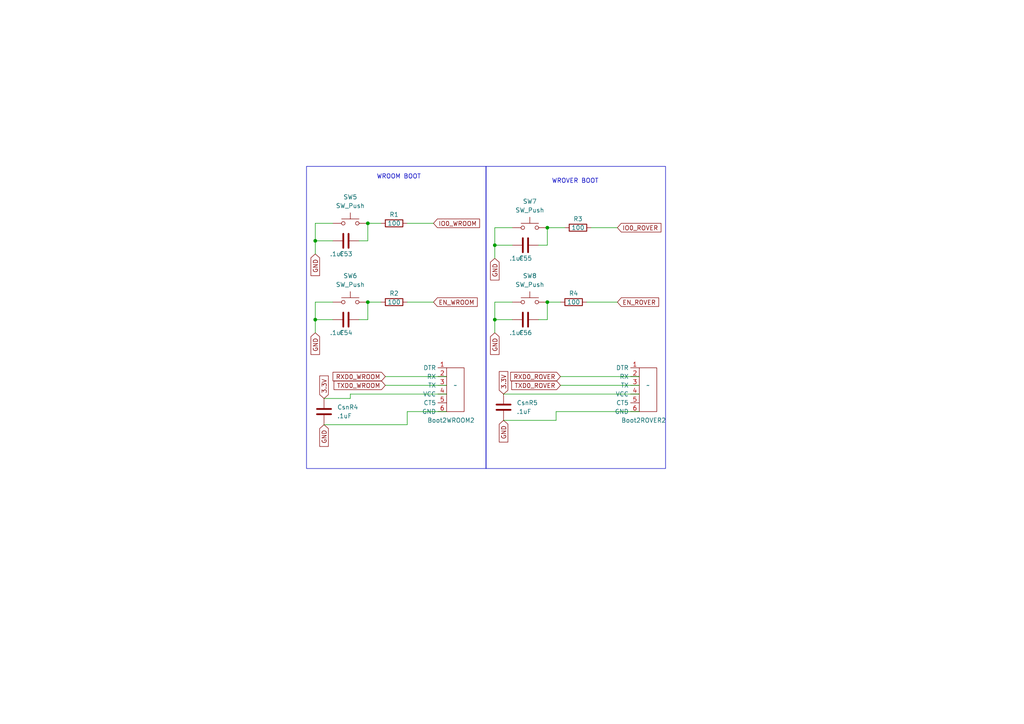
<source format=kicad_sch>
(kicad_sch (version 20230121) (generator eeschema)

  (uuid 9629fa44-e250-47f5-9893-9eef315c3a24)

  (paper "A4")

  (lib_symbols
    (symbol "Device:C" (pin_numbers hide) (pin_names (offset 0.254)) (in_bom yes) (on_board yes)
      (property "Reference" "C" (at 0.635 2.54 0)
        (effects (font (size 1.27 1.27)) (justify left))
      )
      (property "Value" "C" (at 0.635 -2.54 0)
        (effects (font (size 1.27 1.27)) (justify left))
      )
      (property "Footprint" "" (at 0.9652 -3.81 0)
        (effects (font (size 1.27 1.27)) hide)
      )
      (property "Datasheet" "~" (at 0 0 0)
        (effects (font (size 1.27 1.27)) hide)
      )
      (property "ki_keywords" "cap capacitor" (at 0 0 0)
        (effects (font (size 1.27 1.27)) hide)
      )
      (property "ki_description" "Unpolarized capacitor" (at 0 0 0)
        (effects (font (size 1.27 1.27)) hide)
      )
      (property "ki_fp_filters" "C_*" (at 0 0 0)
        (effects (font (size 1.27 1.27)) hide)
      )
      (symbol "C_0_1"
        (polyline
          (pts
            (xy -2.032 -0.762)
            (xy 2.032 -0.762)
          )
          (stroke (width 0.508) (type default))
          (fill (type none))
        )
        (polyline
          (pts
            (xy -2.032 0.762)
            (xy 2.032 0.762)
          )
          (stroke (width 0.508) (type default))
          (fill (type none))
        )
      )
      (symbol "C_1_1"
        (pin passive line (at 0 3.81 270) (length 2.794)
          (name "~" (effects (font (size 1.27 1.27))))
          (number "1" (effects (font (size 1.27 1.27))))
        )
        (pin passive line (at 0 -3.81 90) (length 2.794)
          (name "~" (effects (font (size 1.27 1.27))))
          (number "2" (effects (font (size 1.27 1.27))))
        )
      )
    )
    (symbol "Device:R" (pin_numbers hide) (pin_names (offset 0)) (in_bom yes) (on_board yes)
      (property "Reference" "R" (at 2.032 0 90)
        (effects (font (size 1.27 1.27)))
      )
      (property "Value" "R" (at 0 0 90)
        (effects (font (size 1.27 1.27)))
      )
      (property "Footprint" "" (at -1.778 0 90)
        (effects (font (size 1.27 1.27)) hide)
      )
      (property "Datasheet" "~" (at 0 0 0)
        (effects (font (size 1.27 1.27)) hide)
      )
      (property "ki_keywords" "R res resistor" (at 0 0 0)
        (effects (font (size 1.27 1.27)) hide)
      )
      (property "ki_description" "Resistor" (at 0 0 0)
        (effects (font (size 1.27 1.27)) hide)
      )
      (property "ki_fp_filters" "R_*" (at 0 0 0)
        (effects (font (size 1.27 1.27)) hide)
      )
      (symbol "R_0_1"
        (rectangle (start -1.016 -2.54) (end 1.016 2.54)
          (stroke (width 0.254) (type default))
          (fill (type none))
        )
      )
      (symbol "R_1_1"
        (pin passive line (at 0 3.81 270) (length 1.27)
          (name "~" (effects (font (size 1.27 1.27))))
          (number "1" (effects (font (size 1.27 1.27))))
        )
        (pin passive line (at 0 -3.81 90) (length 1.27)
          (name "~" (effects (font (size 1.27 1.27))))
          (number "2" (effects (font (size 1.27 1.27))))
        )
      )
    )
    (symbol "Switch:SW_Push" (pin_numbers hide) (pin_names (offset 1.016) hide) (in_bom yes) (on_board yes)
      (property "Reference" "SW" (at 1.27 2.54 0)
        (effects (font (size 1.27 1.27)) (justify left))
      )
      (property "Value" "SW_Push" (at 0 -1.524 0)
        (effects (font (size 1.27 1.27)))
      )
      (property "Footprint" "" (at 0 5.08 0)
        (effects (font (size 1.27 1.27)) hide)
      )
      (property "Datasheet" "~" (at 0 5.08 0)
        (effects (font (size 1.27 1.27)) hide)
      )
      (property "ki_keywords" "switch normally-open pushbutton push-button" (at 0 0 0)
        (effects (font (size 1.27 1.27)) hide)
      )
      (property "ki_description" "Push button switch, generic, two pins" (at 0 0 0)
        (effects (font (size 1.27 1.27)) hide)
      )
      (symbol "SW_Push_0_1"
        (circle (center -2.032 0) (radius 0.508)
          (stroke (width 0) (type default))
          (fill (type none))
        )
        (polyline
          (pts
            (xy 0 1.27)
            (xy 0 3.048)
          )
          (stroke (width 0) (type default))
          (fill (type none))
        )
        (polyline
          (pts
            (xy 2.54 1.27)
            (xy -2.54 1.27)
          )
          (stroke (width 0) (type default))
          (fill (type none))
        )
        (circle (center 2.032 0) (radius 0.508)
          (stroke (width 0) (type default))
          (fill (type none))
        )
        (pin passive line (at -5.08 0 0) (length 2.54)
          (name "1" (effects (font (size 1.27 1.27))))
          (number "1" (effects (font (size 1.27 1.27))))
        )
        (pin passive line (at 5.08 0 180) (length 2.54)
          (name "2" (effects (font (size 1.27 1.27))))
          (number "2" (effects (font (size 1.27 1.27))))
        )
      )
    )
    (symbol "USB_TO_TTL_FT232RL_1" (in_bom yes) (on_board yes)
      (property "Reference" "U" (at 0 1.27 0)
        (effects (font (size 1.27 1.27)))
      )
      (property "Value" "" (at 0 1.27 0)
        (effects (font (size 1.27 1.27)))
      )
      (property "Footprint" "" (at 0 1.27 0)
        (effects (font (size 1.27 1.27)) hide)
      )
      (property "Datasheet" "" (at 0 1.27 0)
        (effects (font (size 1.27 1.27)) hide)
      )
      (symbol "USB_TO_TTL_FT232RL_1_0_1"
        (rectangle (start -2.54 6.35) (end 2.54 -6.35)
          (stroke (width 0) (type default))
          (fill (type none))
        )
      )
      (symbol "USB_TO_TTL_FT232RL_1_1_1"
        (pin input line (at -2.54 6.35 180) (length 2.54)
          (name "DTR" (effects (font (size 1.27 1.27))))
          (number "1" (effects (font (size 1.27 1.27))))
        )
        (pin input line (at -2.54 3.81 180) (length 2.54)
          (name "RX" (effects (font (size 1.27 1.27))))
          (number "2" (effects (font (size 1.27 1.27))))
        )
        (pin input line (at -2.54 1.27 180) (length 2.54)
          (name "TX" (effects (font (size 1.27 1.27))))
          (number "3" (effects (font (size 1.27 1.27))))
        )
        (pin input line (at -2.54 -1.27 180) (length 2.54)
          (name "VCC" (effects (font (size 1.27 1.27))))
          (number "4" (effects (font (size 1.27 1.27))))
        )
        (pin input line (at -2.54 -3.81 180) (length 2.54)
          (name "CT5" (effects (font (size 1.27 1.27))))
          (number "5" (effects (font (size 1.27 1.27))))
        )
        (pin input line (at -2.54 -6.35 180) (length 2.54)
          (name "GND" (effects (font (size 1.27 1.27))))
          (number "6" (effects (font (size 1.27 1.27))))
        )
      )
    )
  )

  (junction (at 106.68 64.77) (diameter 0) (color 0 0 0 0)
    (uuid 0899d03f-1c8b-4e21-a957-ca48a2f81bf1)
  )
  (junction (at 158.75 66.04) (diameter 0) (color 0 0 0 0)
    (uuid 348cf04d-8902-4b65-8de7-aa41b8dac790)
  )
  (junction (at 106.68 87.63) (diameter 0) (color 0 0 0 0)
    (uuid 350a7dc4-85a6-467d-9785-8f4ea50894f1)
  )
  (junction (at 91.44 92.71) (diameter 0) (color 0 0 0 0)
    (uuid 57d9e899-d446-4479-9894-d04eb5b341ca)
  )
  (junction (at 143.51 92.71) (diameter 0) (color 0 0 0 0)
    (uuid 9c40d27b-b586-4028-8fbc-5da78eed11d6)
  )
  (junction (at 158.75 87.63) (diameter 0) (color 0 0 0 0)
    (uuid 9f94e00c-9026-4b88-9a59-7abd68dc5c80)
  )
  (junction (at 91.44 69.85) (diameter 0) (color 0 0 0 0)
    (uuid a7a9d38e-3064-4c6e-8b6c-7aaa7607034c)
  )
  (junction (at 143.51 71.12) (diameter 0) (color 0 0 0 0)
    (uuid b548fd52-95da-4ef6-b566-363f46e1d2e3)
  )

  (wire (pts (xy 146.05 121.92) (xy 161.29 121.92))
    (stroke (width 0) (type default))
    (uuid 0eeae348-b524-438e-8577-118a7c6837ad)
  )
  (wire (pts (xy 106.68 64.77) (xy 110.49 64.77))
    (stroke (width 0) (type default))
    (uuid 138540b7-d513-4225-950f-186ecdd04a03)
  )
  (wire (pts (xy 143.51 71.12) (xy 143.51 74.93))
    (stroke (width 0) (type default))
    (uuid 1f8bbb76-7b96-42cc-b248-f3b9c18b4264)
  )
  (wire (pts (xy 118.11 119.38) (xy 129.54 119.38))
    (stroke (width 0) (type default))
    (uuid 2034336a-1c49-4057-b24d-b69728493947)
  )
  (wire (pts (xy 118.11 87.63) (xy 125.73 87.63))
    (stroke (width 0) (type default))
    (uuid 215741e9-af84-41ef-b9c2-2e7ab07bda3c)
  )
  (wire (pts (xy 96.52 64.77) (xy 91.44 64.77))
    (stroke (width 0) (type default))
    (uuid 2172d6b3-ae3b-46dc-a39b-7a788e8f6701)
  )
  (wire (pts (xy 156.21 71.12) (xy 158.75 71.12))
    (stroke (width 0) (type default))
    (uuid 2338286b-1f89-4eb7-a3a7-d3f31b8f008d)
  )
  (wire (pts (xy 143.51 87.63) (xy 143.51 92.71))
    (stroke (width 0) (type default))
    (uuid 236e4622-6ade-4284-a8ca-09f4af194f62)
  )
  (wire (pts (xy 158.75 71.12) (xy 158.75 66.04))
    (stroke (width 0) (type default))
    (uuid 26ab9284-3edf-4b99-ba3c-4d20aba91efb)
  )
  (wire (pts (xy 91.44 69.85) (xy 96.52 69.85))
    (stroke (width 0) (type default))
    (uuid 27630e4f-38ae-4589-9cd1-0efc6b5d3448)
  )
  (wire (pts (xy 148.59 66.04) (xy 143.51 66.04))
    (stroke (width 0) (type default))
    (uuid 4106c75f-6ab6-4386-8982-0411d345a5c1)
  )
  (wire (pts (xy 91.44 64.77) (xy 91.44 69.85))
    (stroke (width 0) (type default))
    (uuid 428d53b8-5494-49c0-bca9-a5471837802d)
  )
  (wire (pts (xy 101.6 115.57) (xy 101.6 114.3))
    (stroke (width 0) (type default))
    (uuid 4318ee8f-1aeb-4a7c-8c93-d0d5599eba3a)
  )
  (wire (pts (xy 158.75 87.63) (xy 162.56 87.63))
    (stroke (width 0) (type default))
    (uuid 4af47dc5-ff90-4e99-864b-075ceba94b25)
  )
  (wire (pts (xy 104.14 69.85) (xy 106.68 69.85))
    (stroke (width 0) (type default))
    (uuid 5047a9b2-1e1f-4ee4-a272-1a490090c436)
  )
  (wire (pts (xy 118.11 123.19) (xy 118.11 119.38))
    (stroke (width 0) (type default))
    (uuid 5ddcc026-7d47-48fe-9c63-28f8d62e37db)
  )
  (wire (pts (xy 101.6 114.3) (xy 129.54 114.3))
    (stroke (width 0) (type default))
    (uuid 5ef7e2b1-4fdc-477f-8a25-a78d3e3e5154)
  )
  (wire (pts (xy 143.51 66.04) (xy 143.51 71.12))
    (stroke (width 0) (type default))
    (uuid 7658c6fe-a31c-44c3-8e55-20a9a56335b6)
  )
  (wire (pts (xy 101.6 115.57) (xy 93.98 115.57))
    (stroke (width 0) (type default))
    (uuid 7af33693-c355-41d6-89aa-c48d0e46d470)
  )
  (wire (pts (xy 158.75 66.04) (xy 163.83 66.04))
    (stroke (width 0) (type default))
    (uuid 7f797174-2a99-4ed2-9862-3c86fb7c5a3b)
  )
  (wire (pts (xy 106.68 87.63) (xy 110.49 87.63))
    (stroke (width 0) (type default))
    (uuid 882894ff-e88c-45ba-a22a-0920b1a7b56a)
  )
  (wire (pts (xy 156.21 92.71) (xy 158.75 92.71))
    (stroke (width 0) (type default))
    (uuid 8a1c12ff-4912-491d-8941-661265b10e1f)
  )
  (wire (pts (xy 170.18 87.63) (xy 179.07 87.63))
    (stroke (width 0) (type default))
    (uuid 8be3de63-434a-4441-af2f-163ceb575e70)
  )
  (wire (pts (xy 106.68 92.71) (xy 106.68 87.63))
    (stroke (width 0) (type default))
    (uuid 8c42ab0e-cae2-48a0-8311-ea8cf4a5ff46)
  )
  (wire (pts (xy 91.44 69.85) (xy 91.44 73.66))
    (stroke (width 0) (type default))
    (uuid 9136ebf4-770f-49ac-baac-ce3a4f9caeb5)
  )
  (wire (pts (xy 111.76 111.76) (xy 129.54 111.76))
    (stroke (width 0) (type default))
    (uuid 93e7440c-9f78-4fdb-a9f6-5081cbd45eb7)
  )
  (wire (pts (xy 158.75 92.71) (xy 158.75 87.63))
    (stroke (width 0) (type default))
    (uuid 97bef2e2-f62f-41f0-ab52-0d916048702b)
  )
  (wire (pts (xy 104.14 92.71) (xy 106.68 92.71))
    (stroke (width 0) (type default))
    (uuid 99c3e8da-903e-4aff-bec1-a0007ba7e2ff)
  )
  (wire (pts (xy 91.44 87.63) (xy 91.44 92.71))
    (stroke (width 0) (type default))
    (uuid 9d2e9f20-64ed-46ab-93eb-7dfd9698e3cb)
  )
  (wire (pts (xy 161.29 121.92) (xy 161.29 119.38))
    (stroke (width 0) (type default))
    (uuid a524ad5d-6959-4c48-8453-e7c28cc75bfc)
  )
  (wire (pts (xy 161.29 119.38) (xy 185.42 119.38))
    (stroke (width 0) (type default))
    (uuid ac893036-fed7-46b8-b834-726b2d8a8391)
  )
  (wire (pts (xy 96.52 87.63) (xy 91.44 87.63))
    (stroke (width 0) (type default))
    (uuid b0476271-a6b2-4651-9d6a-14bb45e38731)
  )
  (wire (pts (xy 162.56 109.22) (xy 185.42 109.22))
    (stroke (width 0) (type default))
    (uuid b132c27c-211b-425a-81ec-628f61051ac7)
  )
  (wire (pts (xy 148.59 87.63) (xy 143.51 87.63))
    (stroke (width 0) (type default))
    (uuid c69c2294-780b-4831-a0cc-82ac37ac0bbf)
  )
  (wire (pts (xy 143.51 71.12) (xy 148.59 71.12))
    (stroke (width 0) (type default))
    (uuid c7fb196c-e362-4bd0-9377-ff14004e40ff)
  )
  (wire (pts (xy 143.51 92.71) (xy 143.51 96.52))
    (stroke (width 0) (type default))
    (uuid c94520f2-431c-4973-9022-5e4c716f2e93)
  )
  (wire (pts (xy 106.68 69.85) (xy 106.68 64.77))
    (stroke (width 0) (type default))
    (uuid cc8cf8a7-6147-4a8d-874b-a1f95597b42f)
  )
  (wire (pts (xy 91.44 92.71) (xy 91.44 96.52))
    (stroke (width 0) (type default))
    (uuid cefccaeb-8c97-4eff-90d7-2416349362a1)
  )
  (wire (pts (xy 171.45 66.04) (xy 179.07 66.04))
    (stroke (width 0) (type default))
    (uuid d298cd84-b52e-44ff-a9a4-8a9b5c372f2e)
  )
  (wire (pts (xy 118.11 64.77) (xy 125.73 64.77))
    (stroke (width 0) (type default))
    (uuid d4b4d7b6-d870-4be3-8eaa-6419779a5b6b)
  )
  (wire (pts (xy 111.76 109.22) (xy 129.54 109.22))
    (stroke (width 0) (type default))
    (uuid d6c93028-a3cf-4c3e-98ea-880f9ba9528d)
  )
  (wire (pts (xy 185.42 114.3) (xy 146.05 114.3))
    (stroke (width 0) (type default))
    (uuid e2a5f786-1ace-451a-9066-e3ffbe450490)
  )
  (wire (pts (xy 91.44 92.71) (xy 96.52 92.71))
    (stroke (width 0) (type default))
    (uuid eb396bbb-29bd-4781-9657-00f058eb9cd2)
  )
  (wire (pts (xy 162.56 111.76) (xy 185.42 111.76))
    (stroke (width 0) (type default))
    (uuid efa6c6fe-fe6f-4353-9c3c-8001813ebb56)
  )
  (wire (pts (xy 143.51 92.71) (xy 148.59 92.71))
    (stroke (width 0) (type default))
    (uuid f10e74fb-53b9-4aff-8257-6cb0533b3d07)
  )
  (wire (pts (xy 93.98 123.19) (xy 118.11 123.19))
    (stroke (width 0) (type default))
    (uuid fcc6a430-4723-4601-9564-934254a49b3b)
  )

  (rectangle (start 88.9 48.26) (end 140.97 135.89)
    (stroke (width 0) (type default))
    (fill (type none))
    (uuid 8cbfcf64-7b01-440c-91ab-1d2ba162fb01)
  )
  (rectangle (start 140.97 48.26) (end 193.04 135.89)
    (stroke (width 0) (type default))
    (fill (type none))
    (uuid d4ee040b-91e5-40f3-a25f-0214413b56fc)
  )

  (text "WROVER BOOT" (at 160.02 53.34 0)
    (effects (font (size 1.27 1.27)) (justify left bottom))
    (uuid 9bf1f8ec-a940-4dde-9500-7ee35322bb47)
  )
  (text "WROOM BOOT" (at 109.22 52.07 0)
    (effects (font (size 1.27 1.27)) (justify left bottom))
    (uuid bc8c749f-035c-4e1d-bc97-7d9e6c715c96)
  )

  (global_label "GND" (shape input) (at 93.98 123.19 270) (fields_autoplaced)
    (effects (font (size 1.27 1.27)) (justify right))
    (uuid 12bee363-b7cf-4933-8d1c-4af99f1d7716)
    (property "Intersheetrefs" "${INTERSHEET_REFS}" (at 93.98 130.0457 90)
      (effects (font (size 1.27 1.27)) (justify right) hide)
    )
  )
  (global_label "EN_WROOM" (shape input) (at 125.73 87.63 0) (fields_autoplaced)
    (effects (font (size 1.27 1.27)) (justify left))
    (uuid 1472e130-a0ac-4d11-9e52-9f3092d191ac)
    (property "Intersheetrefs" "${INTERSHEET_REFS}" (at 138.9961 87.63 0)
      (effects (font (size 1.27 1.27)) (justify left) hide)
    )
  )
  (global_label "3.3V" (shape input) (at 146.05 114.3 90) (fields_autoplaced)
    (effects (font (size 1.27 1.27)) (justify left))
    (uuid 1f5c4a60-29f4-42bd-99a9-025bef5fcb42)
    (property "Intersheetrefs" "${INTERSHEET_REFS}" (at 146.05 107.2024 90)
      (effects (font (size 1.27 1.27)) (justify left) hide)
    )
  )
  (global_label "IO0_WROOM" (shape input) (at 125.73 64.77 0) (fields_autoplaced)
    (effects (font (size 1.27 1.27)) (justify left))
    (uuid 4174239e-dd46-4135-a101-a042f17585cb)
    (property "Intersheetrefs" "${INTERSHEET_REFS}" (at 139.6614 64.77 0)
      (effects (font (size 1.27 1.27)) (justify left) hide)
    )
  )
  (global_label "TXD0_WROOM" (shape input) (at 111.76 111.76 180) (fields_autoplaced)
    (effects (font (size 1.27 1.27)) (justify right))
    (uuid 5f80e10f-44e8-41bd-b57f-9cd82aad0e0c)
    (property "Intersheetrefs" "${INTERSHEET_REFS}" (at 96.3168 111.76 0)
      (effects (font (size 1.27 1.27)) (justify right) hide)
    )
  )
  (global_label "IO0_ROVER" (shape input) (at 179.07 66.04 0) (fields_autoplaced)
    (effects (font (size 1.27 1.27)) (justify left))
    (uuid 70ae3ed4-7750-4110-8c28-7f6d35a1b7d6)
    (property "Intersheetrefs" "${INTERSHEET_REFS}" (at 192.2757 66.04 0)
      (effects (font (size 1.27 1.27)) (justify left) hide)
    )
  )
  (global_label "GND" (shape input) (at 143.51 74.93 270) (fields_autoplaced)
    (effects (font (size 1.27 1.27)) (justify right))
    (uuid 83af46bb-5503-41ed-8a88-4f7388c58d74)
    (property "Intersheetrefs" "${INTERSHEET_REFS}" (at 143.51 81.7857 90)
      (effects (font (size 1.27 1.27)) (justify right) hide)
    )
  )
  (global_label "GND" (shape input) (at 91.44 96.52 270) (fields_autoplaced)
    (effects (font (size 1.27 1.27)) (justify right))
    (uuid 86bf1aa5-e5bd-44ac-8fc0-88fc2ffab6f4)
    (property "Intersheetrefs" "${INTERSHEET_REFS}" (at 91.44 103.3757 90)
      (effects (font (size 1.27 1.27)) (justify right) hide)
    )
  )
  (global_label "EN_ROVER" (shape input) (at 179.07 87.63 0) (fields_autoplaced)
    (effects (font (size 1.27 1.27)) (justify left))
    (uuid b06b876b-2382-4813-adbb-f353e9be937d)
    (property "Intersheetrefs" "${INTERSHEET_REFS}" (at 191.6104 87.63 0)
      (effects (font (size 1.27 1.27)) (justify left) hide)
    )
  )
  (global_label "GND" (shape input) (at 91.44 73.66 270) (fields_autoplaced)
    (effects (font (size 1.27 1.27)) (justify right))
    (uuid b9c095ea-c3a7-4cda-a77f-794dca4ea26a)
    (property "Intersheetrefs" "${INTERSHEET_REFS}" (at 91.44 80.5157 90)
      (effects (font (size 1.27 1.27)) (justify right) hide)
    )
  )
  (global_label "RXD0_WROOM" (shape input) (at 111.76 109.22 180) (fields_autoplaced)
    (effects (font (size 1.27 1.27)) (justify right))
    (uuid bd324792-8901-4b7b-b711-37d951785256)
    (property "Intersheetrefs" "${INTERSHEET_REFS}" (at 96.0144 109.22 0)
      (effects (font (size 1.27 1.27)) (justify right) hide)
    )
  )
  (global_label "GND" (shape input) (at 146.05 121.92 270) (fields_autoplaced)
    (effects (font (size 1.27 1.27)) (justify right))
    (uuid be16138e-4927-43c0-af44-6bd5e8cd6812)
    (property "Intersheetrefs" "${INTERSHEET_REFS}" (at 146.05 128.7757 90)
      (effects (font (size 1.27 1.27)) (justify right) hide)
    )
  )
  (global_label "GND" (shape input) (at 143.51 96.52 270) (fields_autoplaced)
    (effects (font (size 1.27 1.27)) (justify right))
    (uuid bf263f50-21b3-49ec-89be-e04f72e1e7fb)
    (property "Intersheetrefs" "${INTERSHEET_REFS}" (at 143.51 103.3757 90)
      (effects (font (size 1.27 1.27)) (justify right) hide)
    )
  )
  (global_label "3.3V" (shape input) (at 93.98 115.57 90) (fields_autoplaced)
    (effects (font (size 1.27 1.27)) (justify left))
    (uuid c92192f2-a745-4204-9834-b31e97aea1de)
    (property "Intersheetrefs" "${INTERSHEET_REFS}" (at 93.98 108.4724 90)
      (effects (font (size 1.27 1.27)) (justify left) hide)
    )
  )
  (global_label "TXD0_ROVER" (shape input) (at 162.56 111.76 180) (fields_autoplaced)
    (effects (font (size 1.27 1.27)) (justify right))
    (uuid f063bfbd-9ef8-46ef-ac07-70c285cdfb5e)
    (property "Intersheetrefs" "${INTERSHEET_REFS}" (at 147.8425 111.76 0)
      (effects (font (size 1.27 1.27)) (justify right) hide)
    )
  )
  (global_label "RXD0_ROVER" (shape input) (at 162.56 109.22 180) (fields_autoplaced)
    (effects (font (size 1.27 1.27)) (justify right))
    (uuid f36caa59-0e17-49b9-aee0-11e16d9c096c)
    (property "Intersheetrefs" "${INTERSHEET_REFS}" (at 147.5401 109.22 0)
      (effects (font (size 1.27 1.27)) (justify right) hide)
    )
  )

  (symbol (lib_name "USB_TO_TTL_FT232RL_1") (lib_id "Interface:USB_TO_TTL_FT232RL") (at 187.96 113.03 0) (unit 1)
    (in_bom yes) (on_board yes) (dnp no)
    (uuid 40b0c356-d8a4-449c-a86e-4efb1bf3e731)
    (property "Reference" "Boot2ROVER2" (at 186.69 121.92 0)
      (effects (font (size 1.27 1.27)))
    )
    (property "Value" "~" (at 187.96 111.76 0)
      (effects (font (size 1.27 1.27)))
    )
    (property "Footprint" "Connector_PinSocket_2.54mm:PinSocket_1x06_P2.54mm_Vertical" (at 187.96 111.76 0)
      (effects (font (size 1.27 1.27)) hide)
    )
    (property "Datasheet" "" (at 187.96 111.76 0)
      (effects (font (size 1.27 1.27)) hide)
    )
    (pin "1" (uuid 617581c4-3bdd-47ef-a050-9059ca368ffd))
    (pin "5" (uuid 66de2620-6703-4f6e-9000-c2c2b347cbda))
    (pin "4" (uuid 55feafe5-3129-4171-8f52-eb661bbb6219))
    (pin "6" (uuid d704bcb9-d6f7-4ea6-9287-c54613af0545))
    (pin "3" (uuid 8a98bdba-f337-4077-bfdb-22840f33fd04))
    (pin "2" (uuid a1ed5420-3c66-4141-accb-12043833fb0c))
    (instances
      (project "PCB_Main_Final"
        (path "/5fa6a8c8-9ad6-4b48-aee7-61e4b0c7a157/5acdb9d0-82eb-43c5-a311-b1321d7746c8"
          (reference "Boot2ROVER2") (unit 1)
        )
      )
    )
  )

  (symbol (lib_id "Switch:SW_Push") (at 153.67 66.04 0) (unit 1)
    (in_bom yes) (on_board yes) (dnp no) (fields_autoplaced)
    (uuid 44387ffc-92fe-4954-ab2e-e71cbeecb590)
    (property "Reference" "SW7" (at 153.67 58.42 0)
      (effects (font (size 1.27 1.27)))
    )
    (property "Value" "SW_Push" (at 153.67 60.96 0)
      (effects (font (size 1.27 1.27)))
    )
    (property "Footprint" "Artisyn_Components:Boot_Switches" (at 153.67 60.96 0)
      (effects (font (size 1.27 1.27)) hide)
    )
    (property "Datasheet" "~" (at 153.67 60.96 0)
      (effects (font (size 1.27 1.27)) hide)
    )
    (pin "1" (uuid 06e67806-d3c8-48b6-a12c-db8957c26d72))
    (pin "2" (uuid 486e666d-1bb2-488f-8d0b-d6bd549d44a1))
    (instances
      (project "PCB_Main_Final"
        (path "/5fa6a8c8-9ad6-4b48-aee7-61e4b0c7a157/5acdb9d0-82eb-43c5-a311-b1321d7746c8"
          (reference "SW7") (unit 1)
        )
      )
    )
  )

  (symbol (lib_id "Device:R") (at 114.3 87.63 90) (unit 1)
    (in_bom yes) (on_board yes) (dnp no)
    (uuid 77963002-689f-443a-947c-3d4d2cbb9f6d)
    (property "Reference" "R2" (at 114.3 85.09 90)
      (effects (font (size 1.27 1.27)))
    )
    (property "Value" "100" (at 114.3 87.63 90)
      (effects (font (size 1.27 1.27)))
    )
    (property "Footprint" "Resistor_SMD:R_0805_2012Metric" (at 114.3 89.408 90)
      (effects (font (size 1.27 1.27)) hide)
    )
    (property "Datasheet" "~" (at 114.3 87.63 0)
      (effects (font (size 1.27 1.27)) hide)
    )
    (pin "1" (uuid 19b93a30-4270-4ca2-a65a-53d8211b6620))
    (pin "2" (uuid 195ed35d-df61-480b-b111-12facf548751))
    (instances
      (project "PCB_Main_Final"
        (path "/5fa6a8c8-9ad6-4b48-aee7-61e4b0c7a157/5acdb9d0-82eb-43c5-a311-b1321d7746c8"
          (reference "R2") (unit 1)
        )
      )
    )
  )

  (symbol (lib_id "Switch:SW_Push") (at 101.6 87.63 0) (unit 1)
    (in_bom yes) (on_board yes) (dnp no) (fields_autoplaced)
    (uuid 7f6785f0-0d85-4d58-8874-cc70d0e8d0fc)
    (property "Reference" "SW6" (at 101.6 80.01 0)
      (effects (font (size 1.27 1.27)))
    )
    (property "Value" "SW_Push" (at 101.6 82.55 0)
      (effects (font (size 1.27 1.27)))
    )
    (property "Footprint" "Artisyn_Components:Boot_Switches" (at 101.6 82.55 0)
      (effects (font (size 1.27 1.27)) hide)
    )
    (property "Datasheet" "~" (at 101.6 82.55 0)
      (effects (font (size 1.27 1.27)) hide)
    )
    (pin "1" (uuid c59209a7-6015-4eed-8da5-0403ea401f50))
    (pin "2" (uuid f96efa9a-85ce-4802-beeb-05d26f705339))
    (instances
      (project "PCB_Main_Final"
        (path "/5fa6a8c8-9ad6-4b48-aee7-61e4b0c7a157/5acdb9d0-82eb-43c5-a311-b1321d7746c8"
          (reference "SW6") (unit 1)
        )
      )
    )
  )

  (symbol (lib_id "Device:C") (at 93.98 119.38 0) (unit 1)
    (in_bom yes) (on_board yes) (dnp no) (fields_autoplaced)
    (uuid 7fab93a2-0e70-4095-951f-675c4ffb4f45)
    (property "Reference" "CsnR4" (at 97.79 118.11 0)
      (effects (font (size 1.27 1.27)) (justify left))
    )
    (property "Value" ".1uF" (at 97.79 120.65 0)
      (effects (font (size 1.27 1.27)) (justify left))
    )
    (property "Footprint" "Capacitor_SMD:C_0805_2012Metric" (at 94.9452 123.19 0)
      (effects (font (size 1.27 1.27)) hide)
    )
    (property "Datasheet" "~" (at 93.98 119.38 0)
      (effects (font (size 1.27 1.27)) hide)
    )
    (pin "1" (uuid 13eea9bd-b201-4f6d-82f2-9626ea82ab64))
    (pin "2" (uuid 007fd418-07cb-4135-b76e-4dab1f1a68b8))
    (instances
      (project "PCB_Main_Final"
        (path "/5fa6a8c8-9ad6-4b48-aee7-61e4b0c7a157/5acdb9d0-82eb-43c5-a311-b1321d7746c8"
          (reference "CsnR4") (unit 1)
        )
      )
    )
  )

  (symbol (lib_id "Switch:SW_Push") (at 101.6 64.77 0) (unit 1)
    (in_bom yes) (on_board yes) (dnp no) (fields_autoplaced)
    (uuid 8352c57a-1fcc-4167-90ed-aa2246b952be)
    (property "Reference" "SW5" (at 101.6 57.15 0)
      (effects (font (size 1.27 1.27)))
    )
    (property "Value" "SW_Push" (at 101.6 59.69 0)
      (effects (font (size 1.27 1.27)))
    )
    (property "Footprint" "Artisyn_Components:Boot_Switches" (at 101.6 59.69 0)
      (effects (font (size 1.27 1.27)) hide)
    )
    (property "Datasheet" "~" (at 101.6 59.69 0)
      (effects (font (size 1.27 1.27)) hide)
    )
    (pin "1" (uuid ca6b49a7-8915-4cbb-9bdd-b78008343223))
    (pin "2" (uuid 404433de-5c8a-43fe-a6c3-30cf4f73b59c))
    (instances
      (project "PCB_Main_Final"
        (path "/5fa6a8c8-9ad6-4b48-aee7-61e4b0c7a157/5acdb9d0-82eb-43c5-a311-b1321d7746c8"
          (reference "SW5") (unit 1)
        )
      )
    )
  )

  (symbol (lib_id "Device:R") (at 114.3 64.77 90) (unit 1)
    (in_bom yes) (on_board yes) (dnp no)
    (uuid 9e50476a-26ef-4bcc-86a3-462a2e966dbd)
    (property "Reference" "R1" (at 114.3 62.23 90)
      (effects (font (size 1.27 1.27)))
    )
    (property "Value" "100" (at 114.3 64.77 90)
      (effects (font (size 1.27 1.27)))
    )
    (property "Footprint" "Resistor_SMD:R_0805_2012Metric" (at 114.3 66.548 90)
      (effects (font (size 1.27 1.27)) hide)
    )
    (property "Datasheet" "~" (at 114.3 64.77 0)
      (effects (font (size 1.27 1.27)) hide)
    )
    (pin "1" (uuid c54c1b27-5250-4bf9-8707-b345bb3ae98c))
    (pin "2" (uuid fef3502a-f232-4665-a921-8b1fe6154ce2))
    (instances
      (project "PCB_Main_Final"
        (path "/5fa6a8c8-9ad6-4b48-aee7-61e4b0c7a157/5acdb9d0-82eb-43c5-a311-b1321d7746c8"
          (reference "R1") (unit 1)
        )
      )
    )
  )

  (symbol (lib_id "Device:C") (at 152.4 92.71 90) (unit 1)
    (in_bom yes) (on_board yes) (dnp no)
    (uuid b6b7322f-7ef3-449d-a5d7-e7a677347bbf)
    (property "Reference" "C56" (at 152.4 96.52 90)
      (effects (font (size 1.27 1.27)))
    )
    (property "Value" ".1uF" (at 149.86 96.52 90)
      (effects (font (size 1.27 1.27)))
    )
    (property "Footprint" "Capacitor_SMD:C_0805_2012Metric" (at 156.21 91.7448 0)
      (effects (font (size 1.27 1.27)) hide)
    )
    (property "Datasheet" "~" (at 152.4 92.71 0)
      (effects (font (size 1.27 1.27)) hide)
    )
    (pin "2" (uuid 7562cb1e-341b-4f49-b829-f7777fb64bfe))
    (pin "1" (uuid f09be464-8ab8-4bc6-adc7-52fbe86cc53d))
    (instances
      (project "PCB_Main_Final"
        (path "/5fa6a8c8-9ad6-4b48-aee7-61e4b0c7a157/5acdb9d0-82eb-43c5-a311-b1321d7746c8"
          (reference "C56") (unit 1)
        )
      )
    )
  )

  (symbol (lib_id "Device:C") (at 100.33 69.85 90) (unit 1)
    (in_bom yes) (on_board yes) (dnp no)
    (uuid ba620078-516a-48dc-9367-03d37cdb5177)
    (property "Reference" "C53" (at 100.33 73.66 90)
      (effects (font (size 1.27 1.27)))
    )
    (property "Value" ".1uF" (at 97.79 73.66 90)
      (effects (font (size 1.27 1.27)))
    )
    (property "Footprint" "Capacitor_SMD:C_0805_2012Metric" (at 104.14 68.8848 0)
      (effects (font (size 1.27 1.27)) hide)
    )
    (property "Datasheet" "~" (at 100.33 69.85 0)
      (effects (font (size 1.27 1.27)) hide)
    )
    (pin "2" (uuid 5ea09ae3-903c-4346-a92e-e4535577b2c8))
    (pin "1" (uuid f994c9c1-c1cb-4841-9344-ac43c7d433fd))
    (instances
      (project "PCB_Main_Final"
        (path "/5fa6a8c8-9ad6-4b48-aee7-61e4b0c7a157/5acdb9d0-82eb-43c5-a311-b1321d7746c8"
          (reference "C53") (unit 1)
        )
      )
    )
  )

  (symbol (lib_name "USB_TO_TTL_FT232RL_1") (lib_id "Interface:USB_TO_TTL_FT232RL") (at 132.08 113.03 0) (unit 1)
    (in_bom yes) (on_board yes) (dnp no)
    (uuid bc2ab88a-90b8-48ed-8ba8-85ed75bf638c)
    (property "Reference" "Boot2WROOM2" (at 130.81 121.92 0)
      (effects (font (size 1.27 1.27)))
    )
    (property "Value" "~" (at 132.08 111.76 0)
      (effects (font (size 1.27 1.27)))
    )
    (property "Footprint" "Connector_PinSocket_2.54mm:PinSocket_1x06_P2.54mm_Vertical" (at 132.08 111.76 0)
      (effects (font (size 1.27 1.27)) hide)
    )
    (property "Datasheet" "" (at 132.08 111.76 0)
      (effects (font (size 1.27 1.27)) hide)
    )
    (pin "1" (uuid fc45cbd3-0629-46bc-8231-b82bfebddc4c))
    (pin "5" (uuid 867efc7e-95ac-4ffd-b940-76ce4c7dae53))
    (pin "4" (uuid 8b643c47-2888-4563-9f37-bbf12c893908))
    (pin "6" (uuid a62e6d1a-4399-4dd2-ba17-ea08798b1105))
    (pin "3" (uuid a57b62e9-c554-49a3-80a8-707a21ac579d))
    (pin "2" (uuid f509b6bb-d488-404f-9a33-97afa69be399))
    (instances
      (project "PCB_Main_Final"
        (path "/5fa6a8c8-9ad6-4b48-aee7-61e4b0c7a157/5acdb9d0-82eb-43c5-a311-b1321d7746c8"
          (reference "Boot2WROOM2") (unit 1)
        )
      )
    )
  )

  (symbol (lib_id "Switch:SW_Push") (at 153.67 87.63 0) (unit 1)
    (in_bom yes) (on_board yes) (dnp no) (fields_autoplaced)
    (uuid c3d27d2f-a37e-4a8a-9042-fee76d4a2bb1)
    (property "Reference" "SW8" (at 153.67 80.01 0)
      (effects (font (size 1.27 1.27)))
    )
    (property "Value" "SW_Push" (at 153.67 82.55 0)
      (effects (font (size 1.27 1.27)))
    )
    (property "Footprint" "Artisyn_Components:Boot_Switches" (at 153.67 82.55 0)
      (effects (font (size 1.27 1.27)) hide)
    )
    (property "Datasheet" "~" (at 153.67 82.55 0)
      (effects (font (size 1.27 1.27)) hide)
    )
    (pin "1" (uuid fede0dbe-605b-4440-bc2c-7b4d45c07bc7))
    (pin "2" (uuid e777f73a-aa98-435c-a7cc-d1bb14bd86ae))
    (instances
      (project "PCB_Main_Final"
        (path "/5fa6a8c8-9ad6-4b48-aee7-61e4b0c7a157/5acdb9d0-82eb-43c5-a311-b1321d7746c8"
          (reference "SW8") (unit 1)
        )
      )
    )
  )

  (symbol (lib_id "Device:R") (at 166.37 87.63 90) (unit 1)
    (in_bom yes) (on_board yes) (dnp no)
    (uuid c63a89b8-503e-48a4-9c53-b176802baab2)
    (property "Reference" "R4" (at 166.37 85.09 90)
      (effects (font (size 1.27 1.27)))
    )
    (property "Value" "100" (at 166.37 87.63 90)
      (effects (font (size 1.27 1.27)))
    )
    (property "Footprint" "Resistor_SMD:R_0805_2012Metric" (at 166.37 89.408 90)
      (effects (font (size 1.27 1.27)) hide)
    )
    (property "Datasheet" "~" (at 166.37 87.63 0)
      (effects (font (size 1.27 1.27)) hide)
    )
    (pin "1" (uuid daa57a0d-512b-41a7-b50a-614b7c8ef206))
    (pin "2" (uuid 10d6e60c-3c66-4fd0-ad60-530c9e1b8be8))
    (instances
      (project "PCB_Main_Final"
        (path "/5fa6a8c8-9ad6-4b48-aee7-61e4b0c7a157/5acdb9d0-82eb-43c5-a311-b1321d7746c8"
          (reference "R4") (unit 1)
        )
      )
    )
  )

  (symbol (lib_id "Device:R") (at 167.64 66.04 90) (unit 1)
    (in_bom yes) (on_board yes) (dnp no)
    (uuid cfe0433d-e010-463a-aa1e-08034fdf1808)
    (property "Reference" "R3" (at 167.64 63.5 90)
      (effects (font (size 1.27 1.27)))
    )
    (property "Value" "100" (at 167.64 66.04 90)
      (effects (font (size 1.27 1.27)))
    )
    (property "Footprint" "Resistor_SMD:R_0805_2012Metric" (at 167.64 67.818 90)
      (effects (font (size 1.27 1.27)) hide)
    )
    (property "Datasheet" "~" (at 167.64 66.04 0)
      (effects (font (size 1.27 1.27)) hide)
    )
    (pin "1" (uuid a492e74d-5047-4b29-9864-ef4ee1f99bbf))
    (pin "2" (uuid aefb5a80-dabe-4ac8-96f5-76855f6a45a2))
    (instances
      (project "PCB_Main_Final"
        (path "/5fa6a8c8-9ad6-4b48-aee7-61e4b0c7a157/5acdb9d0-82eb-43c5-a311-b1321d7746c8"
          (reference "R3") (unit 1)
        )
      )
    )
  )

  (symbol (lib_id "Device:C") (at 146.05 118.11 0) (unit 1)
    (in_bom yes) (on_board yes) (dnp no) (fields_autoplaced)
    (uuid dfff691d-445b-46fd-9dcf-a77e3f22156e)
    (property "Reference" "CsnR5" (at 149.86 116.84 0)
      (effects (font (size 1.27 1.27)) (justify left))
    )
    (property "Value" ".1uF" (at 149.86 119.38 0)
      (effects (font (size 1.27 1.27)) (justify left))
    )
    (property "Footprint" "Capacitor_SMD:C_0805_2012Metric" (at 147.0152 121.92 0)
      (effects (font (size 1.27 1.27)) hide)
    )
    (property "Datasheet" "~" (at 146.05 118.11 0)
      (effects (font (size 1.27 1.27)) hide)
    )
    (pin "1" (uuid b053e5a2-d347-4c9a-a7b2-1781faa77d83))
    (pin "2" (uuid b2f413f5-e840-40a8-909a-f42078db3ebf))
    (instances
      (project "PCB_Main_Final"
        (path "/5fa6a8c8-9ad6-4b48-aee7-61e4b0c7a157/5acdb9d0-82eb-43c5-a311-b1321d7746c8"
          (reference "CsnR5") (unit 1)
        )
      )
    )
  )

  (symbol (lib_id "Device:C") (at 152.4 71.12 90) (unit 1)
    (in_bom yes) (on_board yes) (dnp no)
    (uuid f3a48481-c904-40ef-b9dc-7d1179712953)
    (property "Reference" "C55" (at 152.4 74.93 90)
      (effects (font (size 1.27 1.27)))
    )
    (property "Value" ".1uF" (at 149.86 74.93 90)
      (effects (font (size 1.27 1.27)))
    )
    (property "Footprint" "Capacitor_SMD:C_0805_2012Metric" (at 156.21 70.1548 0)
      (effects (font (size 1.27 1.27)) hide)
    )
    (property "Datasheet" "~" (at 152.4 71.12 0)
      (effects (font (size 1.27 1.27)) hide)
    )
    (pin "2" (uuid e3dce925-222e-44fd-a1dd-a5188927302e))
    (pin "1" (uuid ed12f52a-25b2-4c32-8d33-57547daa5b18))
    (instances
      (project "PCB_Main_Final"
        (path "/5fa6a8c8-9ad6-4b48-aee7-61e4b0c7a157/5acdb9d0-82eb-43c5-a311-b1321d7746c8"
          (reference "C55") (unit 1)
        )
      )
    )
  )

  (symbol (lib_id "Device:C") (at 100.33 92.71 90) (unit 1)
    (in_bom yes) (on_board yes) (dnp no)
    (uuid f9efab21-5b00-4f58-9dcb-d3cc6fe3330a)
    (property "Reference" "C54" (at 100.33 96.52 90)
      (effects (font (size 1.27 1.27)))
    )
    (property "Value" ".1uF" (at 97.79 96.52 90)
      (effects (font (size 1.27 1.27)))
    )
    (property "Footprint" "Capacitor_SMD:C_0805_2012Metric" (at 104.14 91.7448 0)
      (effects (font (size 1.27 1.27)) hide)
    )
    (property "Datasheet" "~" (at 100.33 92.71 0)
      (effects (font (size 1.27 1.27)) hide)
    )
    (pin "2" (uuid 9c9e8c51-eb4f-4424-a14a-1aa2e2050162))
    (pin "1" (uuid 99461493-e533-4e2d-947b-3aadbe82a7bc))
    (instances
      (project "PCB_Main_Final"
        (path "/5fa6a8c8-9ad6-4b48-aee7-61e4b0c7a157/5acdb9d0-82eb-43c5-a311-b1321d7746c8"
          (reference "C54") (unit 1)
        )
      )
    )
  )
)

</source>
